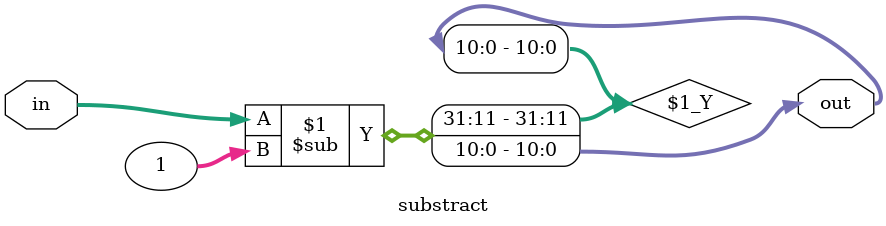
<source format=v>
`timescale 1ns / 1ps



module substract(
        input [10:0] in,
        output [10:0] out
    );
    
    assign out=in-1;
endmodule

</source>
